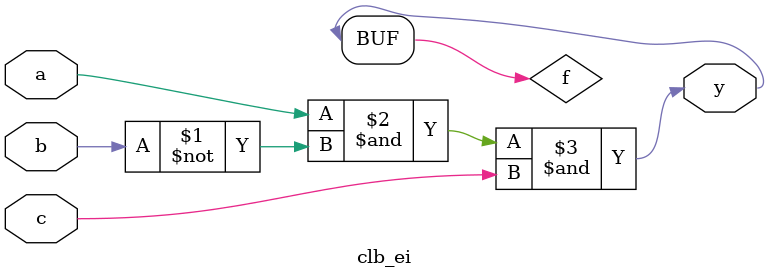
<source format=v>
module clb_ei(
	input a,
	input b,
	input c,
	output y
);
	
	wire f;
	
	assign f = a & ~b & c;
	assign y = f;
	
endmodule

</source>
